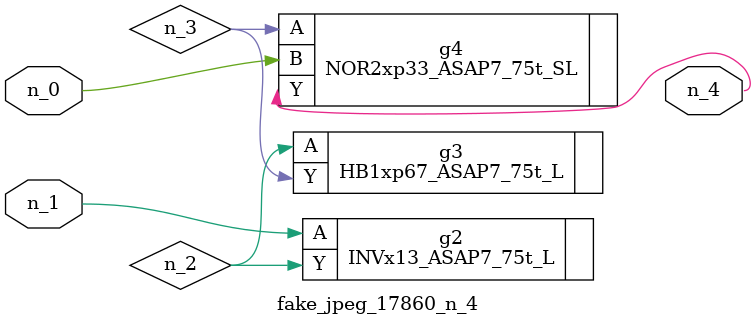
<source format=v>
module fake_jpeg_17860_n_4 (n_0, n_1, n_4);

input n_0;
input n_1;

output n_4;

wire n_3;
wire n_2;

INVx13_ASAP7_75t_L g2 ( 
.A(n_1),
.Y(n_2)
);

HB1xp67_ASAP7_75t_L g3 ( 
.A(n_2),
.Y(n_3)
);

NOR2xp33_ASAP7_75t_SL g4 ( 
.A(n_3),
.B(n_0),
.Y(n_4)
);


endmodule
</source>
